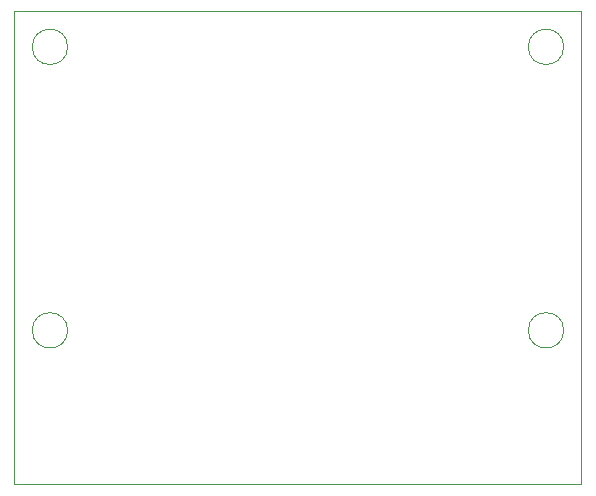
<source format=gbr>
%TF.GenerationSoftware,KiCad,Pcbnew,8.0.7-8.0.7-0~ubuntu22.04.1*%
%TF.CreationDate,2025-01-12T20:07:59+01:00*%
%TF.ProjectId,debug_can_usb,64656275-675f-4636-916e-5f7573622e6b,rev?*%
%TF.SameCoordinates,Original*%
%TF.FileFunction,Profile,NP*%
%FSLAX46Y46*%
G04 Gerber Fmt 4.6, Leading zero omitted, Abs format (unit mm)*
G04 Created by KiCad (PCBNEW 8.0.7-8.0.7-0~ubuntu22.04.1) date 2025-01-12 20:07:59*
%MOMM*%
%LPD*%
G01*
G04 APERTURE LIST*
%TA.AperFunction,Profile*%
%ADD10C,0.050000*%
%TD*%
G04 APERTURE END LIST*
D10*
X128120000Y-89490001D02*
G75*
G02*
X125120000Y-89490001I-1500000J0D01*
G01*
X125120000Y-89490001D02*
G75*
G02*
X128120000Y-89490001I1500000J0D01*
G01*
X170120000Y-89490001D02*
G75*
G02*
X167120000Y-89490001I-1500000J0D01*
G01*
X167120000Y-89490001D02*
G75*
G02*
X170120000Y-89490001I1500000J0D01*
G01*
X123620000Y-62490001D02*
X171620000Y-62490001D01*
X171620000Y-102490001D01*
X123620000Y-102490001D01*
X123620000Y-62490001D01*
X170120000Y-65490001D02*
G75*
G02*
X167120000Y-65490001I-1500000J0D01*
G01*
X167120000Y-65490001D02*
G75*
G02*
X170120000Y-65490001I1500000J0D01*
G01*
X128120000Y-65490001D02*
G75*
G02*
X125120000Y-65490001I-1500000J0D01*
G01*
X125120000Y-65490001D02*
G75*
G02*
X128120000Y-65490001I1500000J0D01*
G01*
M02*

</source>
